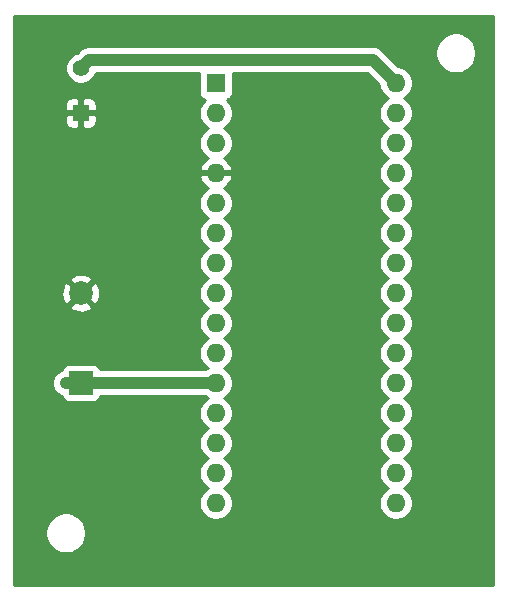
<source format=gbr>
%TF.GenerationSoftware,KiCad,Pcbnew,5.1.9+dfsg1-1*%
%TF.CreationDate,2021-09-21T21:20:37+00:00*%
%TF.ProjectId,wanted_morse,77616e74-6564-45f6-9d6f-7273652e6b69,rev?*%
%TF.SameCoordinates,Original*%
%TF.FileFunction,Copper,L2,Bot*%
%TF.FilePolarity,Positive*%
%FSLAX46Y46*%
G04 Gerber Fmt 4.6, Leading zero omitted, Abs format (unit mm)*
G04 Created by KiCad (PCBNEW 5.1.9+dfsg1-1) date 2021-09-21 21:20:37*
%MOMM*%
%LPD*%
G01*
G04 APERTURE LIST*
%TA.AperFunction,ComponentPad*%
%ADD10C,1.400000*%
%TD*%
%TA.AperFunction,ComponentPad*%
%ADD11R,1.400000X1.400000*%
%TD*%
%TA.AperFunction,ComponentPad*%
%ADD12C,2.000000*%
%TD*%
%TA.AperFunction,ComponentPad*%
%ADD13R,2.000000X2.000000*%
%TD*%
%TA.AperFunction,ComponentPad*%
%ADD14O,1.600000X1.600000*%
%TD*%
%TA.AperFunction,ComponentPad*%
%ADD15R,1.600000X1.600000*%
%TD*%
%TA.AperFunction,Conductor*%
%ADD16C,1.016000*%
%TD*%
%TA.AperFunction,Conductor*%
%ADD17C,0.254000*%
%TD*%
%TA.AperFunction,Conductor*%
%ADD18C,0.100000*%
%TD*%
G04 APERTURE END LIST*
D10*
%TO.P,12V,2*%
%TO.N,+12V*%
X127000000Y-44450000D03*
D11*
%TO.P,12V,1*%
%TO.N,GND*%
X127000000Y-48260000D03*
%TD*%
D12*
%TO.P,BZ1,2*%
%TO.N,GND*%
X127000000Y-63520000D03*
D13*
%TO.P,BZ1,1*%
%TO.N,Net-(A1-Pad11)*%
X127000000Y-71120000D03*
%TD*%
D14*
%TO.P,A1,16*%
%TO.N,Net-(A1-Pad16)*%
X153670000Y-81280000D03*
%TO.P,A1,15*%
%TO.N,Net-(A1-Pad15)*%
X138430000Y-81280000D03*
%TO.P,A1,30*%
%TO.N,+12V*%
X153670000Y-45720000D03*
%TO.P,A1,14*%
%TO.N,Net-(A1-Pad14)*%
X138430000Y-78740000D03*
%TO.P,A1,29*%
%TO.N,Net-(A1-Pad29)*%
X153670000Y-48260000D03*
%TO.P,A1,13*%
%TO.N,Net-(A1-Pad13)*%
X138430000Y-76200000D03*
%TO.P,A1,28*%
%TO.N,Net-(A1-Pad28)*%
X153670000Y-50800000D03*
%TO.P,A1,12*%
%TO.N,Net-(A1-Pad12)*%
X138430000Y-73660000D03*
%TO.P,A1,27*%
%TO.N,Net-(A1-Pad27)*%
X153670000Y-53340000D03*
%TO.P,A1,11*%
%TO.N,Net-(A1-Pad11)*%
X138430000Y-71120000D03*
%TO.P,A1,26*%
%TO.N,Net-(A1-Pad26)*%
X153670000Y-55880000D03*
%TO.P,A1,10*%
%TO.N,Net-(A1-Pad10)*%
X138430000Y-68580000D03*
%TO.P,A1,25*%
%TO.N,Net-(A1-Pad25)*%
X153670000Y-58420000D03*
%TO.P,A1,9*%
%TO.N,Net-(A1-Pad9)*%
X138430000Y-66040000D03*
%TO.P,A1,24*%
%TO.N,Net-(A1-Pad24)*%
X153670000Y-60960000D03*
%TO.P,A1,8*%
%TO.N,Net-(A1-Pad8)*%
X138430000Y-63500000D03*
%TO.P,A1,23*%
%TO.N,Net-(A1-Pad23)*%
X153670000Y-63500000D03*
%TO.P,A1,7*%
%TO.N,Net-(A1-Pad7)*%
X138430000Y-60960000D03*
%TO.P,A1,22*%
%TO.N,Net-(A1-Pad22)*%
X153670000Y-66040000D03*
%TO.P,A1,6*%
%TO.N,Net-(A1-Pad6)*%
X138430000Y-58420000D03*
%TO.P,A1,21*%
%TO.N,Net-(A1-Pad21)*%
X153670000Y-68580000D03*
%TO.P,A1,5*%
%TO.N,Net-(A1-Pad5)*%
X138430000Y-55880000D03*
%TO.P,A1,20*%
%TO.N,Net-(A1-Pad20)*%
X153670000Y-71120000D03*
%TO.P,A1,4*%
%TO.N,GND*%
X138430000Y-53340000D03*
%TO.P,A1,19*%
%TO.N,Net-(A1-Pad19)*%
X153670000Y-73660000D03*
%TO.P,A1,3*%
%TO.N,Net-(A1-Pad3)*%
X138430000Y-50800000D03*
%TO.P,A1,18*%
%TO.N,Net-(A1-Pad18)*%
X153670000Y-76200000D03*
%TO.P,A1,2*%
%TO.N,Net-(A1-Pad2)*%
X138430000Y-48260000D03*
%TO.P,A1,17*%
%TO.N,Net-(A1-Pad17)*%
X153670000Y-78740000D03*
D15*
%TO.P,A1,1*%
%TO.N,Net-(A1-Pad1)*%
X138430000Y-45720000D03*
%TD*%
D16*
%TO.N,+12V*%
X151700001Y-43750001D02*
X153670000Y-45720000D01*
X127699999Y-43750001D02*
X127000000Y-44450000D01*
X151700001Y-43750001D02*
X127699999Y-43750001D01*
%TO.N,Net-(A1-Pad11)*%
X138430000Y-71120000D02*
X125730000Y-71120000D01*
%TD*%
D17*
%TO.N,GND*%
X161900001Y-88240000D02*
X121310000Y-88240000D01*
X121310000Y-83649117D01*
X123995000Y-83649117D01*
X123995000Y-83990883D01*
X124061675Y-84326081D01*
X124192463Y-84641831D01*
X124382337Y-84925998D01*
X124624002Y-85167663D01*
X124908169Y-85357537D01*
X125223919Y-85488325D01*
X125559117Y-85555000D01*
X125900883Y-85555000D01*
X126236081Y-85488325D01*
X126551831Y-85357537D01*
X126835998Y-85167663D01*
X127077663Y-84925998D01*
X127267537Y-84641831D01*
X127398325Y-84326081D01*
X127465000Y-83990883D01*
X127465000Y-83649117D01*
X127398325Y-83313919D01*
X127267537Y-82998169D01*
X127077663Y-82714002D01*
X126835998Y-82472337D01*
X126551831Y-82282463D01*
X126236081Y-82151675D01*
X125900883Y-82085000D01*
X125559117Y-82085000D01*
X125223919Y-82151675D01*
X124908169Y-82282463D01*
X124624002Y-82472337D01*
X124382337Y-82714002D01*
X124192463Y-82998169D01*
X124061675Y-83313919D01*
X123995000Y-83649117D01*
X121310000Y-83649117D01*
X121310000Y-71120000D01*
X124581470Y-71120000D01*
X124603539Y-71344067D01*
X124668897Y-71559523D01*
X124775032Y-71758089D01*
X124917867Y-71932133D01*
X125091911Y-72074968D01*
X125290477Y-72181103D01*
X125370332Y-72205327D01*
X125374188Y-72244482D01*
X125410498Y-72364180D01*
X125469463Y-72474494D01*
X125548815Y-72571185D01*
X125645506Y-72650537D01*
X125755820Y-72709502D01*
X125875518Y-72745812D01*
X126000000Y-72758072D01*
X128000000Y-72758072D01*
X128124482Y-72745812D01*
X128244180Y-72709502D01*
X128354494Y-72650537D01*
X128451185Y-72571185D01*
X128530537Y-72474494D01*
X128589502Y-72364180D01*
X128620195Y-72263000D01*
X137557689Y-72263000D01*
X137747759Y-72390000D01*
X137515241Y-72545363D01*
X137315363Y-72745241D01*
X137158320Y-72980273D01*
X137050147Y-73241426D01*
X136995000Y-73518665D01*
X136995000Y-73801335D01*
X137050147Y-74078574D01*
X137158320Y-74339727D01*
X137315363Y-74574759D01*
X137515241Y-74774637D01*
X137747759Y-74930000D01*
X137515241Y-75085363D01*
X137315363Y-75285241D01*
X137158320Y-75520273D01*
X137050147Y-75781426D01*
X136995000Y-76058665D01*
X136995000Y-76341335D01*
X137050147Y-76618574D01*
X137158320Y-76879727D01*
X137315363Y-77114759D01*
X137515241Y-77314637D01*
X137747759Y-77470000D01*
X137515241Y-77625363D01*
X137315363Y-77825241D01*
X137158320Y-78060273D01*
X137050147Y-78321426D01*
X136995000Y-78598665D01*
X136995000Y-78881335D01*
X137050147Y-79158574D01*
X137158320Y-79419727D01*
X137315363Y-79654759D01*
X137515241Y-79854637D01*
X137747759Y-80010000D01*
X137515241Y-80165363D01*
X137315363Y-80365241D01*
X137158320Y-80600273D01*
X137050147Y-80861426D01*
X136995000Y-81138665D01*
X136995000Y-81421335D01*
X137050147Y-81698574D01*
X137158320Y-81959727D01*
X137315363Y-82194759D01*
X137515241Y-82394637D01*
X137750273Y-82551680D01*
X138011426Y-82659853D01*
X138288665Y-82715000D01*
X138571335Y-82715000D01*
X138848574Y-82659853D01*
X139109727Y-82551680D01*
X139344759Y-82394637D01*
X139544637Y-82194759D01*
X139701680Y-81959727D01*
X139809853Y-81698574D01*
X139865000Y-81421335D01*
X139865000Y-81138665D01*
X139809853Y-80861426D01*
X139701680Y-80600273D01*
X139544637Y-80365241D01*
X139344759Y-80165363D01*
X139112241Y-80010000D01*
X139344759Y-79854637D01*
X139544637Y-79654759D01*
X139701680Y-79419727D01*
X139809853Y-79158574D01*
X139865000Y-78881335D01*
X139865000Y-78598665D01*
X139809853Y-78321426D01*
X139701680Y-78060273D01*
X139544637Y-77825241D01*
X139344759Y-77625363D01*
X139112241Y-77470000D01*
X139344759Y-77314637D01*
X139544637Y-77114759D01*
X139701680Y-76879727D01*
X139809853Y-76618574D01*
X139865000Y-76341335D01*
X139865000Y-76058665D01*
X139809853Y-75781426D01*
X139701680Y-75520273D01*
X139544637Y-75285241D01*
X139344759Y-75085363D01*
X139112241Y-74930000D01*
X139344759Y-74774637D01*
X139544637Y-74574759D01*
X139701680Y-74339727D01*
X139809853Y-74078574D01*
X139865000Y-73801335D01*
X139865000Y-73518665D01*
X139809853Y-73241426D01*
X139701680Y-72980273D01*
X139544637Y-72745241D01*
X139344759Y-72545363D01*
X139112241Y-72390000D01*
X139344759Y-72234637D01*
X139544637Y-72034759D01*
X139701680Y-71799727D01*
X139809853Y-71538574D01*
X139865000Y-71261335D01*
X139865000Y-70978665D01*
X139809853Y-70701426D01*
X139701680Y-70440273D01*
X139544637Y-70205241D01*
X139344759Y-70005363D01*
X139112241Y-69850000D01*
X139344759Y-69694637D01*
X139544637Y-69494759D01*
X139701680Y-69259727D01*
X139809853Y-68998574D01*
X139865000Y-68721335D01*
X139865000Y-68438665D01*
X139809853Y-68161426D01*
X139701680Y-67900273D01*
X139544637Y-67665241D01*
X139344759Y-67465363D01*
X139112241Y-67310000D01*
X139344759Y-67154637D01*
X139544637Y-66954759D01*
X139701680Y-66719727D01*
X139809853Y-66458574D01*
X139865000Y-66181335D01*
X139865000Y-65898665D01*
X139809853Y-65621426D01*
X139701680Y-65360273D01*
X139544637Y-65125241D01*
X139344759Y-64925363D01*
X139112241Y-64770000D01*
X139344759Y-64614637D01*
X139544637Y-64414759D01*
X139701680Y-64179727D01*
X139809853Y-63918574D01*
X139865000Y-63641335D01*
X139865000Y-63358665D01*
X139809853Y-63081426D01*
X139701680Y-62820273D01*
X139544637Y-62585241D01*
X139344759Y-62385363D01*
X139112241Y-62230000D01*
X139344759Y-62074637D01*
X139544637Y-61874759D01*
X139701680Y-61639727D01*
X139809853Y-61378574D01*
X139865000Y-61101335D01*
X139865000Y-60818665D01*
X139809853Y-60541426D01*
X139701680Y-60280273D01*
X139544637Y-60045241D01*
X139344759Y-59845363D01*
X139112241Y-59690000D01*
X139344759Y-59534637D01*
X139544637Y-59334759D01*
X139701680Y-59099727D01*
X139809853Y-58838574D01*
X139865000Y-58561335D01*
X139865000Y-58278665D01*
X139809853Y-58001426D01*
X139701680Y-57740273D01*
X139544637Y-57505241D01*
X139344759Y-57305363D01*
X139112241Y-57150000D01*
X139344759Y-56994637D01*
X139544637Y-56794759D01*
X139701680Y-56559727D01*
X139809853Y-56298574D01*
X139865000Y-56021335D01*
X139865000Y-55738665D01*
X139809853Y-55461426D01*
X139701680Y-55200273D01*
X139544637Y-54965241D01*
X139344759Y-54765363D01*
X139109727Y-54608320D01*
X139099135Y-54603933D01*
X139285131Y-54492385D01*
X139493519Y-54303414D01*
X139661037Y-54077420D01*
X139781246Y-53823087D01*
X139821904Y-53689039D01*
X139699915Y-53467000D01*
X138557000Y-53467000D01*
X138557000Y-53487000D01*
X138303000Y-53487000D01*
X138303000Y-53467000D01*
X137160085Y-53467000D01*
X137038096Y-53689039D01*
X137078754Y-53823087D01*
X137198963Y-54077420D01*
X137366481Y-54303414D01*
X137574869Y-54492385D01*
X137760865Y-54603933D01*
X137750273Y-54608320D01*
X137515241Y-54765363D01*
X137315363Y-54965241D01*
X137158320Y-55200273D01*
X137050147Y-55461426D01*
X136995000Y-55738665D01*
X136995000Y-56021335D01*
X137050147Y-56298574D01*
X137158320Y-56559727D01*
X137315363Y-56794759D01*
X137515241Y-56994637D01*
X137747759Y-57150000D01*
X137515241Y-57305363D01*
X137315363Y-57505241D01*
X137158320Y-57740273D01*
X137050147Y-58001426D01*
X136995000Y-58278665D01*
X136995000Y-58561335D01*
X137050147Y-58838574D01*
X137158320Y-59099727D01*
X137315363Y-59334759D01*
X137515241Y-59534637D01*
X137747759Y-59690000D01*
X137515241Y-59845363D01*
X137315363Y-60045241D01*
X137158320Y-60280273D01*
X137050147Y-60541426D01*
X136995000Y-60818665D01*
X136995000Y-61101335D01*
X137050147Y-61378574D01*
X137158320Y-61639727D01*
X137315363Y-61874759D01*
X137515241Y-62074637D01*
X137747759Y-62230000D01*
X137515241Y-62385363D01*
X137315363Y-62585241D01*
X137158320Y-62820273D01*
X137050147Y-63081426D01*
X136995000Y-63358665D01*
X136995000Y-63641335D01*
X137050147Y-63918574D01*
X137158320Y-64179727D01*
X137315363Y-64414759D01*
X137515241Y-64614637D01*
X137747759Y-64770000D01*
X137515241Y-64925363D01*
X137315363Y-65125241D01*
X137158320Y-65360273D01*
X137050147Y-65621426D01*
X136995000Y-65898665D01*
X136995000Y-66181335D01*
X137050147Y-66458574D01*
X137158320Y-66719727D01*
X137315363Y-66954759D01*
X137515241Y-67154637D01*
X137747759Y-67310000D01*
X137515241Y-67465363D01*
X137315363Y-67665241D01*
X137158320Y-67900273D01*
X137050147Y-68161426D01*
X136995000Y-68438665D01*
X136995000Y-68721335D01*
X137050147Y-68998574D01*
X137158320Y-69259727D01*
X137315363Y-69494759D01*
X137515241Y-69694637D01*
X137747759Y-69850000D01*
X137557689Y-69977000D01*
X128620195Y-69977000D01*
X128589502Y-69875820D01*
X128530537Y-69765506D01*
X128451185Y-69668815D01*
X128354494Y-69589463D01*
X128244180Y-69530498D01*
X128124482Y-69494188D01*
X128000000Y-69481928D01*
X126000000Y-69481928D01*
X125875518Y-69494188D01*
X125755820Y-69530498D01*
X125645506Y-69589463D01*
X125548815Y-69668815D01*
X125469463Y-69765506D01*
X125410498Y-69875820D01*
X125374188Y-69995518D01*
X125370332Y-70034673D01*
X125290477Y-70058897D01*
X125091911Y-70165032D01*
X124917867Y-70307867D01*
X124775032Y-70481911D01*
X124668897Y-70680477D01*
X124603539Y-70895933D01*
X124581470Y-71120000D01*
X121310000Y-71120000D01*
X121310000Y-64655413D01*
X126044192Y-64655413D01*
X126139956Y-64919814D01*
X126429571Y-65060704D01*
X126741108Y-65142384D01*
X127062595Y-65161718D01*
X127381675Y-65117961D01*
X127686088Y-65012795D01*
X127860044Y-64919814D01*
X127955808Y-64655413D01*
X127000000Y-63699605D01*
X126044192Y-64655413D01*
X121310000Y-64655413D01*
X121310000Y-63582595D01*
X125358282Y-63582595D01*
X125402039Y-63901675D01*
X125507205Y-64206088D01*
X125600186Y-64380044D01*
X125864587Y-64475808D01*
X126820395Y-63520000D01*
X127179605Y-63520000D01*
X128135413Y-64475808D01*
X128399814Y-64380044D01*
X128540704Y-64090429D01*
X128622384Y-63778892D01*
X128641718Y-63457405D01*
X128597961Y-63138325D01*
X128492795Y-62833912D01*
X128399814Y-62659956D01*
X128135413Y-62564192D01*
X127179605Y-63520000D01*
X126820395Y-63520000D01*
X125864587Y-62564192D01*
X125600186Y-62659956D01*
X125459296Y-62949571D01*
X125377616Y-63261108D01*
X125358282Y-63582595D01*
X121310000Y-63582595D01*
X121310000Y-62384587D01*
X126044192Y-62384587D01*
X127000000Y-63340395D01*
X127955808Y-62384587D01*
X127860044Y-62120186D01*
X127570429Y-61979296D01*
X127258892Y-61897616D01*
X126937405Y-61878282D01*
X126618325Y-61922039D01*
X126313912Y-62027205D01*
X126139956Y-62120186D01*
X126044192Y-62384587D01*
X121310000Y-62384587D01*
X121310000Y-48960000D01*
X125661928Y-48960000D01*
X125674188Y-49084482D01*
X125710498Y-49204180D01*
X125769463Y-49314494D01*
X125848815Y-49411185D01*
X125945506Y-49490537D01*
X126055820Y-49549502D01*
X126175518Y-49585812D01*
X126300000Y-49598072D01*
X126714250Y-49595000D01*
X126873000Y-49436250D01*
X126873000Y-48387000D01*
X127127000Y-48387000D01*
X127127000Y-49436250D01*
X127285750Y-49595000D01*
X127700000Y-49598072D01*
X127824482Y-49585812D01*
X127944180Y-49549502D01*
X128054494Y-49490537D01*
X128151185Y-49411185D01*
X128230537Y-49314494D01*
X128289502Y-49204180D01*
X128325812Y-49084482D01*
X128338072Y-48960000D01*
X128335000Y-48545750D01*
X128176250Y-48387000D01*
X127127000Y-48387000D01*
X126873000Y-48387000D01*
X125823750Y-48387000D01*
X125665000Y-48545750D01*
X125661928Y-48960000D01*
X121310000Y-48960000D01*
X121310000Y-47560000D01*
X125661928Y-47560000D01*
X125665000Y-47974250D01*
X125823750Y-48133000D01*
X126873000Y-48133000D01*
X126873000Y-47083750D01*
X127127000Y-47083750D01*
X127127000Y-48133000D01*
X128176250Y-48133000D01*
X128335000Y-47974250D01*
X128338072Y-47560000D01*
X128325812Y-47435518D01*
X128289502Y-47315820D01*
X128230537Y-47205506D01*
X128151185Y-47108815D01*
X128054494Y-47029463D01*
X127944180Y-46970498D01*
X127824482Y-46934188D01*
X127700000Y-46921928D01*
X127285750Y-46925000D01*
X127127000Y-47083750D01*
X126873000Y-47083750D01*
X126714250Y-46925000D01*
X126300000Y-46921928D01*
X126175518Y-46934188D01*
X126055820Y-46970498D01*
X125945506Y-47029463D01*
X125848815Y-47108815D01*
X125769463Y-47205506D01*
X125710498Y-47315820D01*
X125674188Y-47435518D01*
X125661928Y-47560000D01*
X121310000Y-47560000D01*
X121310000Y-44318514D01*
X125665000Y-44318514D01*
X125665000Y-44581486D01*
X125716304Y-44839405D01*
X125816939Y-45082359D01*
X125963038Y-45301013D01*
X126148987Y-45486962D01*
X126367641Y-45633061D01*
X126610595Y-45733696D01*
X126868514Y-45785000D01*
X127131486Y-45785000D01*
X127389405Y-45733696D01*
X127632359Y-45633061D01*
X127851013Y-45486962D01*
X128036962Y-45301013D01*
X128183061Y-45082359D01*
X128261496Y-44893001D01*
X136994587Y-44893001D01*
X136991928Y-44920000D01*
X136991928Y-46520000D01*
X137004188Y-46644482D01*
X137040498Y-46764180D01*
X137099463Y-46874494D01*
X137178815Y-46971185D01*
X137275506Y-47050537D01*
X137385820Y-47109502D01*
X137505518Y-47145812D01*
X137513961Y-47146643D01*
X137315363Y-47345241D01*
X137158320Y-47580273D01*
X137050147Y-47841426D01*
X136995000Y-48118665D01*
X136995000Y-48401335D01*
X137050147Y-48678574D01*
X137158320Y-48939727D01*
X137315363Y-49174759D01*
X137515241Y-49374637D01*
X137747759Y-49530000D01*
X137515241Y-49685363D01*
X137315363Y-49885241D01*
X137158320Y-50120273D01*
X137050147Y-50381426D01*
X136995000Y-50658665D01*
X136995000Y-50941335D01*
X137050147Y-51218574D01*
X137158320Y-51479727D01*
X137315363Y-51714759D01*
X137515241Y-51914637D01*
X137750273Y-52071680D01*
X137760865Y-52076067D01*
X137574869Y-52187615D01*
X137366481Y-52376586D01*
X137198963Y-52602580D01*
X137078754Y-52856913D01*
X137038096Y-52990961D01*
X137160085Y-53213000D01*
X138303000Y-53213000D01*
X138303000Y-53193000D01*
X138557000Y-53193000D01*
X138557000Y-53213000D01*
X139699915Y-53213000D01*
X139821904Y-52990961D01*
X139781246Y-52856913D01*
X139661037Y-52602580D01*
X139493519Y-52376586D01*
X139285131Y-52187615D01*
X139099135Y-52076067D01*
X139109727Y-52071680D01*
X139344759Y-51914637D01*
X139544637Y-51714759D01*
X139701680Y-51479727D01*
X139809853Y-51218574D01*
X139865000Y-50941335D01*
X139865000Y-50658665D01*
X139809853Y-50381426D01*
X139701680Y-50120273D01*
X139544637Y-49885241D01*
X139344759Y-49685363D01*
X139112241Y-49530000D01*
X139344759Y-49374637D01*
X139544637Y-49174759D01*
X139701680Y-48939727D01*
X139809853Y-48678574D01*
X139865000Y-48401335D01*
X139865000Y-48118665D01*
X139809853Y-47841426D01*
X139701680Y-47580273D01*
X139544637Y-47345241D01*
X139346039Y-47146643D01*
X139354482Y-47145812D01*
X139474180Y-47109502D01*
X139584494Y-47050537D01*
X139681185Y-46971185D01*
X139760537Y-46874494D01*
X139819502Y-46764180D01*
X139855812Y-46644482D01*
X139868072Y-46520000D01*
X139868072Y-44920000D01*
X139865413Y-44893001D01*
X151226556Y-44893001D01*
X152244960Y-45911406D01*
X152290147Y-46138574D01*
X152398320Y-46399727D01*
X152555363Y-46634759D01*
X152755241Y-46834637D01*
X152987759Y-46990000D01*
X152755241Y-47145363D01*
X152555363Y-47345241D01*
X152398320Y-47580273D01*
X152290147Y-47841426D01*
X152235000Y-48118665D01*
X152235000Y-48401335D01*
X152290147Y-48678574D01*
X152398320Y-48939727D01*
X152555363Y-49174759D01*
X152755241Y-49374637D01*
X152987759Y-49530000D01*
X152755241Y-49685363D01*
X152555363Y-49885241D01*
X152398320Y-50120273D01*
X152290147Y-50381426D01*
X152235000Y-50658665D01*
X152235000Y-50941335D01*
X152290147Y-51218574D01*
X152398320Y-51479727D01*
X152555363Y-51714759D01*
X152755241Y-51914637D01*
X152987759Y-52070000D01*
X152755241Y-52225363D01*
X152555363Y-52425241D01*
X152398320Y-52660273D01*
X152290147Y-52921426D01*
X152235000Y-53198665D01*
X152235000Y-53481335D01*
X152290147Y-53758574D01*
X152398320Y-54019727D01*
X152555363Y-54254759D01*
X152755241Y-54454637D01*
X152987759Y-54610000D01*
X152755241Y-54765363D01*
X152555363Y-54965241D01*
X152398320Y-55200273D01*
X152290147Y-55461426D01*
X152235000Y-55738665D01*
X152235000Y-56021335D01*
X152290147Y-56298574D01*
X152398320Y-56559727D01*
X152555363Y-56794759D01*
X152755241Y-56994637D01*
X152987759Y-57150000D01*
X152755241Y-57305363D01*
X152555363Y-57505241D01*
X152398320Y-57740273D01*
X152290147Y-58001426D01*
X152235000Y-58278665D01*
X152235000Y-58561335D01*
X152290147Y-58838574D01*
X152398320Y-59099727D01*
X152555363Y-59334759D01*
X152755241Y-59534637D01*
X152987759Y-59690000D01*
X152755241Y-59845363D01*
X152555363Y-60045241D01*
X152398320Y-60280273D01*
X152290147Y-60541426D01*
X152235000Y-60818665D01*
X152235000Y-61101335D01*
X152290147Y-61378574D01*
X152398320Y-61639727D01*
X152555363Y-61874759D01*
X152755241Y-62074637D01*
X152987759Y-62230000D01*
X152755241Y-62385363D01*
X152555363Y-62585241D01*
X152398320Y-62820273D01*
X152290147Y-63081426D01*
X152235000Y-63358665D01*
X152235000Y-63641335D01*
X152290147Y-63918574D01*
X152398320Y-64179727D01*
X152555363Y-64414759D01*
X152755241Y-64614637D01*
X152987759Y-64770000D01*
X152755241Y-64925363D01*
X152555363Y-65125241D01*
X152398320Y-65360273D01*
X152290147Y-65621426D01*
X152235000Y-65898665D01*
X152235000Y-66181335D01*
X152290147Y-66458574D01*
X152398320Y-66719727D01*
X152555363Y-66954759D01*
X152755241Y-67154637D01*
X152987759Y-67310000D01*
X152755241Y-67465363D01*
X152555363Y-67665241D01*
X152398320Y-67900273D01*
X152290147Y-68161426D01*
X152235000Y-68438665D01*
X152235000Y-68721335D01*
X152290147Y-68998574D01*
X152398320Y-69259727D01*
X152555363Y-69494759D01*
X152755241Y-69694637D01*
X152987759Y-69850000D01*
X152755241Y-70005363D01*
X152555363Y-70205241D01*
X152398320Y-70440273D01*
X152290147Y-70701426D01*
X152235000Y-70978665D01*
X152235000Y-71261335D01*
X152290147Y-71538574D01*
X152398320Y-71799727D01*
X152555363Y-72034759D01*
X152755241Y-72234637D01*
X152987759Y-72390000D01*
X152755241Y-72545363D01*
X152555363Y-72745241D01*
X152398320Y-72980273D01*
X152290147Y-73241426D01*
X152235000Y-73518665D01*
X152235000Y-73801335D01*
X152290147Y-74078574D01*
X152398320Y-74339727D01*
X152555363Y-74574759D01*
X152755241Y-74774637D01*
X152987759Y-74930000D01*
X152755241Y-75085363D01*
X152555363Y-75285241D01*
X152398320Y-75520273D01*
X152290147Y-75781426D01*
X152235000Y-76058665D01*
X152235000Y-76341335D01*
X152290147Y-76618574D01*
X152398320Y-76879727D01*
X152555363Y-77114759D01*
X152755241Y-77314637D01*
X152987759Y-77470000D01*
X152755241Y-77625363D01*
X152555363Y-77825241D01*
X152398320Y-78060273D01*
X152290147Y-78321426D01*
X152235000Y-78598665D01*
X152235000Y-78881335D01*
X152290147Y-79158574D01*
X152398320Y-79419727D01*
X152555363Y-79654759D01*
X152755241Y-79854637D01*
X152987759Y-80010000D01*
X152755241Y-80165363D01*
X152555363Y-80365241D01*
X152398320Y-80600273D01*
X152290147Y-80861426D01*
X152235000Y-81138665D01*
X152235000Y-81421335D01*
X152290147Y-81698574D01*
X152398320Y-81959727D01*
X152555363Y-82194759D01*
X152755241Y-82394637D01*
X152990273Y-82551680D01*
X153251426Y-82659853D01*
X153528665Y-82715000D01*
X153811335Y-82715000D01*
X154088574Y-82659853D01*
X154349727Y-82551680D01*
X154584759Y-82394637D01*
X154784637Y-82194759D01*
X154941680Y-81959727D01*
X155049853Y-81698574D01*
X155105000Y-81421335D01*
X155105000Y-81138665D01*
X155049853Y-80861426D01*
X154941680Y-80600273D01*
X154784637Y-80365241D01*
X154584759Y-80165363D01*
X154352241Y-80010000D01*
X154584759Y-79854637D01*
X154784637Y-79654759D01*
X154941680Y-79419727D01*
X155049853Y-79158574D01*
X155105000Y-78881335D01*
X155105000Y-78598665D01*
X155049853Y-78321426D01*
X154941680Y-78060273D01*
X154784637Y-77825241D01*
X154584759Y-77625363D01*
X154352241Y-77470000D01*
X154584759Y-77314637D01*
X154784637Y-77114759D01*
X154941680Y-76879727D01*
X155049853Y-76618574D01*
X155105000Y-76341335D01*
X155105000Y-76058665D01*
X155049853Y-75781426D01*
X154941680Y-75520273D01*
X154784637Y-75285241D01*
X154584759Y-75085363D01*
X154352241Y-74930000D01*
X154584759Y-74774637D01*
X154784637Y-74574759D01*
X154941680Y-74339727D01*
X155049853Y-74078574D01*
X155105000Y-73801335D01*
X155105000Y-73518665D01*
X155049853Y-73241426D01*
X154941680Y-72980273D01*
X154784637Y-72745241D01*
X154584759Y-72545363D01*
X154352241Y-72390000D01*
X154584759Y-72234637D01*
X154784637Y-72034759D01*
X154941680Y-71799727D01*
X155049853Y-71538574D01*
X155105000Y-71261335D01*
X155105000Y-70978665D01*
X155049853Y-70701426D01*
X154941680Y-70440273D01*
X154784637Y-70205241D01*
X154584759Y-70005363D01*
X154352241Y-69850000D01*
X154584759Y-69694637D01*
X154784637Y-69494759D01*
X154941680Y-69259727D01*
X155049853Y-68998574D01*
X155105000Y-68721335D01*
X155105000Y-68438665D01*
X155049853Y-68161426D01*
X154941680Y-67900273D01*
X154784637Y-67665241D01*
X154584759Y-67465363D01*
X154352241Y-67310000D01*
X154584759Y-67154637D01*
X154784637Y-66954759D01*
X154941680Y-66719727D01*
X155049853Y-66458574D01*
X155105000Y-66181335D01*
X155105000Y-65898665D01*
X155049853Y-65621426D01*
X154941680Y-65360273D01*
X154784637Y-65125241D01*
X154584759Y-64925363D01*
X154352241Y-64770000D01*
X154584759Y-64614637D01*
X154784637Y-64414759D01*
X154941680Y-64179727D01*
X155049853Y-63918574D01*
X155105000Y-63641335D01*
X155105000Y-63358665D01*
X155049853Y-63081426D01*
X154941680Y-62820273D01*
X154784637Y-62585241D01*
X154584759Y-62385363D01*
X154352241Y-62230000D01*
X154584759Y-62074637D01*
X154784637Y-61874759D01*
X154941680Y-61639727D01*
X155049853Y-61378574D01*
X155105000Y-61101335D01*
X155105000Y-60818665D01*
X155049853Y-60541426D01*
X154941680Y-60280273D01*
X154784637Y-60045241D01*
X154584759Y-59845363D01*
X154352241Y-59690000D01*
X154584759Y-59534637D01*
X154784637Y-59334759D01*
X154941680Y-59099727D01*
X155049853Y-58838574D01*
X155105000Y-58561335D01*
X155105000Y-58278665D01*
X155049853Y-58001426D01*
X154941680Y-57740273D01*
X154784637Y-57505241D01*
X154584759Y-57305363D01*
X154352241Y-57150000D01*
X154584759Y-56994637D01*
X154784637Y-56794759D01*
X154941680Y-56559727D01*
X155049853Y-56298574D01*
X155105000Y-56021335D01*
X155105000Y-55738665D01*
X155049853Y-55461426D01*
X154941680Y-55200273D01*
X154784637Y-54965241D01*
X154584759Y-54765363D01*
X154352241Y-54610000D01*
X154584759Y-54454637D01*
X154784637Y-54254759D01*
X154941680Y-54019727D01*
X155049853Y-53758574D01*
X155105000Y-53481335D01*
X155105000Y-53198665D01*
X155049853Y-52921426D01*
X154941680Y-52660273D01*
X154784637Y-52425241D01*
X154584759Y-52225363D01*
X154352241Y-52070000D01*
X154584759Y-51914637D01*
X154784637Y-51714759D01*
X154941680Y-51479727D01*
X155049853Y-51218574D01*
X155105000Y-50941335D01*
X155105000Y-50658665D01*
X155049853Y-50381426D01*
X154941680Y-50120273D01*
X154784637Y-49885241D01*
X154584759Y-49685363D01*
X154352241Y-49530000D01*
X154584759Y-49374637D01*
X154784637Y-49174759D01*
X154941680Y-48939727D01*
X155049853Y-48678574D01*
X155105000Y-48401335D01*
X155105000Y-48118665D01*
X155049853Y-47841426D01*
X154941680Y-47580273D01*
X154784637Y-47345241D01*
X154584759Y-47145363D01*
X154352241Y-46990000D01*
X154584759Y-46834637D01*
X154784637Y-46634759D01*
X154941680Y-46399727D01*
X155049853Y-46138574D01*
X155105000Y-45861335D01*
X155105000Y-45578665D01*
X155049853Y-45301426D01*
X154941680Y-45040273D01*
X154784637Y-44805241D01*
X154584759Y-44605363D01*
X154349727Y-44448320D01*
X154088574Y-44340147D01*
X153861406Y-44294960D01*
X152575563Y-43009117D01*
X157015000Y-43009117D01*
X157015000Y-43350883D01*
X157081675Y-43686081D01*
X157212463Y-44001831D01*
X157402337Y-44285998D01*
X157644002Y-44527663D01*
X157928169Y-44717537D01*
X158243919Y-44848325D01*
X158579117Y-44915000D01*
X158920883Y-44915000D01*
X159256081Y-44848325D01*
X159571831Y-44717537D01*
X159855998Y-44527663D01*
X160097663Y-44285998D01*
X160287537Y-44001831D01*
X160418325Y-43686081D01*
X160485000Y-43350883D01*
X160485000Y-43009117D01*
X160418325Y-42673919D01*
X160287537Y-42358169D01*
X160097663Y-42074002D01*
X159855998Y-41832337D01*
X159571831Y-41642463D01*
X159256081Y-41511675D01*
X158920883Y-41445000D01*
X158579117Y-41445000D01*
X158243919Y-41511675D01*
X157928169Y-41642463D01*
X157644002Y-41832337D01*
X157402337Y-42074002D01*
X157212463Y-42358169D01*
X157081675Y-42673919D01*
X157015000Y-43009117D01*
X152575563Y-43009117D01*
X152547928Y-42981483D01*
X152512134Y-42937868D01*
X152338090Y-42795033D01*
X152139524Y-42688898D01*
X151924068Y-42623540D01*
X151756147Y-42607001D01*
X151756140Y-42607001D01*
X151700001Y-42601472D01*
X151643862Y-42607001D01*
X127756137Y-42607001D01*
X127699998Y-42601472D01*
X127643859Y-42607001D01*
X127643853Y-42607001D01*
X127498599Y-42621307D01*
X127475931Y-42623540D01*
X127410573Y-42643366D01*
X127260476Y-42688898D01*
X127061910Y-42795033D01*
X126887866Y-42937868D01*
X126852071Y-42981484D01*
X126681319Y-43152236D01*
X126610595Y-43166304D01*
X126367641Y-43266939D01*
X126148987Y-43413038D01*
X125963038Y-43598987D01*
X125816939Y-43817641D01*
X125716304Y-44060595D01*
X125665000Y-44318514D01*
X121310000Y-44318514D01*
X121310000Y-40030000D01*
X161900000Y-40030000D01*
X161900001Y-88240000D01*
%TA.AperFunction,Conductor*%
D18*
G36*
X161900001Y-88240000D02*
G01*
X121310000Y-88240000D01*
X121310000Y-83649117D01*
X123995000Y-83649117D01*
X123995000Y-83990883D01*
X124061675Y-84326081D01*
X124192463Y-84641831D01*
X124382337Y-84925998D01*
X124624002Y-85167663D01*
X124908169Y-85357537D01*
X125223919Y-85488325D01*
X125559117Y-85555000D01*
X125900883Y-85555000D01*
X126236081Y-85488325D01*
X126551831Y-85357537D01*
X126835998Y-85167663D01*
X127077663Y-84925998D01*
X127267537Y-84641831D01*
X127398325Y-84326081D01*
X127465000Y-83990883D01*
X127465000Y-83649117D01*
X127398325Y-83313919D01*
X127267537Y-82998169D01*
X127077663Y-82714002D01*
X126835998Y-82472337D01*
X126551831Y-82282463D01*
X126236081Y-82151675D01*
X125900883Y-82085000D01*
X125559117Y-82085000D01*
X125223919Y-82151675D01*
X124908169Y-82282463D01*
X124624002Y-82472337D01*
X124382337Y-82714002D01*
X124192463Y-82998169D01*
X124061675Y-83313919D01*
X123995000Y-83649117D01*
X121310000Y-83649117D01*
X121310000Y-71120000D01*
X124581470Y-71120000D01*
X124603539Y-71344067D01*
X124668897Y-71559523D01*
X124775032Y-71758089D01*
X124917867Y-71932133D01*
X125091911Y-72074968D01*
X125290477Y-72181103D01*
X125370332Y-72205327D01*
X125374188Y-72244482D01*
X125410498Y-72364180D01*
X125469463Y-72474494D01*
X125548815Y-72571185D01*
X125645506Y-72650537D01*
X125755820Y-72709502D01*
X125875518Y-72745812D01*
X126000000Y-72758072D01*
X128000000Y-72758072D01*
X128124482Y-72745812D01*
X128244180Y-72709502D01*
X128354494Y-72650537D01*
X128451185Y-72571185D01*
X128530537Y-72474494D01*
X128589502Y-72364180D01*
X128620195Y-72263000D01*
X137557689Y-72263000D01*
X137747759Y-72390000D01*
X137515241Y-72545363D01*
X137315363Y-72745241D01*
X137158320Y-72980273D01*
X137050147Y-73241426D01*
X136995000Y-73518665D01*
X136995000Y-73801335D01*
X137050147Y-74078574D01*
X137158320Y-74339727D01*
X137315363Y-74574759D01*
X137515241Y-74774637D01*
X137747759Y-74930000D01*
X137515241Y-75085363D01*
X137315363Y-75285241D01*
X137158320Y-75520273D01*
X137050147Y-75781426D01*
X136995000Y-76058665D01*
X136995000Y-76341335D01*
X137050147Y-76618574D01*
X137158320Y-76879727D01*
X137315363Y-77114759D01*
X137515241Y-77314637D01*
X137747759Y-77470000D01*
X137515241Y-77625363D01*
X137315363Y-77825241D01*
X137158320Y-78060273D01*
X137050147Y-78321426D01*
X136995000Y-78598665D01*
X136995000Y-78881335D01*
X137050147Y-79158574D01*
X137158320Y-79419727D01*
X137315363Y-79654759D01*
X137515241Y-79854637D01*
X137747759Y-80010000D01*
X137515241Y-80165363D01*
X137315363Y-80365241D01*
X137158320Y-80600273D01*
X137050147Y-80861426D01*
X136995000Y-81138665D01*
X136995000Y-81421335D01*
X137050147Y-81698574D01*
X137158320Y-81959727D01*
X137315363Y-82194759D01*
X137515241Y-82394637D01*
X137750273Y-82551680D01*
X138011426Y-82659853D01*
X138288665Y-82715000D01*
X138571335Y-82715000D01*
X138848574Y-82659853D01*
X139109727Y-82551680D01*
X139344759Y-82394637D01*
X139544637Y-82194759D01*
X139701680Y-81959727D01*
X139809853Y-81698574D01*
X139865000Y-81421335D01*
X139865000Y-81138665D01*
X139809853Y-80861426D01*
X139701680Y-80600273D01*
X139544637Y-80365241D01*
X139344759Y-80165363D01*
X139112241Y-80010000D01*
X139344759Y-79854637D01*
X139544637Y-79654759D01*
X139701680Y-79419727D01*
X139809853Y-79158574D01*
X139865000Y-78881335D01*
X139865000Y-78598665D01*
X139809853Y-78321426D01*
X139701680Y-78060273D01*
X139544637Y-77825241D01*
X139344759Y-77625363D01*
X139112241Y-77470000D01*
X139344759Y-77314637D01*
X139544637Y-77114759D01*
X139701680Y-76879727D01*
X139809853Y-76618574D01*
X139865000Y-76341335D01*
X139865000Y-76058665D01*
X139809853Y-75781426D01*
X139701680Y-75520273D01*
X139544637Y-75285241D01*
X139344759Y-75085363D01*
X139112241Y-74930000D01*
X139344759Y-74774637D01*
X139544637Y-74574759D01*
X139701680Y-74339727D01*
X139809853Y-74078574D01*
X139865000Y-73801335D01*
X139865000Y-73518665D01*
X139809853Y-73241426D01*
X139701680Y-72980273D01*
X139544637Y-72745241D01*
X139344759Y-72545363D01*
X139112241Y-72390000D01*
X139344759Y-72234637D01*
X139544637Y-72034759D01*
X139701680Y-71799727D01*
X139809853Y-71538574D01*
X139865000Y-71261335D01*
X139865000Y-70978665D01*
X139809853Y-70701426D01*
X139701680Y-70440273D01*
X139544637Y-70205241D01*
X139344759Y-70005363D01*
X139112241Y-69850000D01*
X139344759Y-69694637D01*
X139544637Y-69494759D01*
X139701680Y-69259727D01*
X139809853Y-68998574D01*
X139865000Y-68721335D01*
X139865000Y-68438665D01*
X139809853Y-68161426D01*
X139701680Y-67900273D01*
X139544637Y-67665241D01*
X139344759Y-67465363D01*
X139112241Y-67310000D01*
X139344759Y-67154637D01*
X139544637Y-66954759D01*
X139701680Y-66719727D01*
X139809853Y-66458574D01*
X139865000Y-66181335D01*
X139865000Y-65898665D01*
X139809853Y-65621426D01*
X139701680Y-65360273D01*
X139544637Y-65125241D01*
X139344759Y-64925363D01*
X139112241Y-64770000D01*
X139344759Y-64614637D01*
X139544637Y-64414759D01*
X139701680Y-64179727D01*
X139809853Y-63918574D01*
X139865000Y-63641335D01*
X139865000Y-63358665D01*
X139809853Y-63081426D01*
X139701680Y-62820273D01*
X139544637Y-62585241D01*
X139344759Y-62385363D01*
X139112241Y-62230000D01*
X139344759Y-62074637D01*
X139544637Y-61874759D01*
X139701680Y-61639727D01*
X139809853Y-61378574D01*
X139865000Y-61101335D01*
X139865000Y-60818665D01*
X139809853Y-60541426D01*
X139701680Y-60280273D01*
X139544637Y-60045241D01*
X139344759Y-59845363D01*
X139112241Y-59690000D01*
X139344759Y-59534637D01*
X139544637Y-59334759D01*
X139701680Y-59099727D01*
X139809853Y-58838574D01*
X139865000Y-58561335D01*
X139865000Y-58278665D01*
X139809853Y-58001426D01*
X139701680Y-57740273D01*
X139544637Y-57505241D01*
X139344759Y-57305363D01*
X139112241Y-57150000D01*
X139344759Y-56994637D01*
X139544637Y-56794759D01*
X139701680Y-56559727D01*
X139809853Y-56298574D01*
X139865000Y-56021335D01*
X139865000Y-55738665D01*
X139809853Y-55461426D01*
X139701680Y-55200273D01*
X139544637Y-54965241D01*
X139344759Y-54765363D01*
X139109727Y-54608320D01*
X139099135Y-54603933D01*
X139285131Y-54492385D01*
X139493519Y-54303414D01*
X139661037Y-54077420D01*
X139781246Y-53823087D01*
X139821904Y-53689039D01*
X139699915Y-53467000D01*
X138557000Y-53467000D01*
X138557000Y-53487000D01*
X138303000Y-53487000D01*
X138303000Y-53467000D01*
X137160085Y-53467000D01*
X137038096Y-53689039D01*
X137078754Y-53823087D01*
X137198963Y-54077420D01*
X137366481Y-54303414D01*
X137574869Y-54492385D01*
X137760865Y-54603933D01*
X137750273Y-54608320D01*
X137515241Y-54765363D01*
X137315363Y-54965241D01*
X137158320Y-55200273D01*
X137050147Y-55461426D01*
X136995000Y-55738665D01*
X136995000Y-56021335D01*
X137050147Y-56298574D01*
X137158320Y-56559727D01*
X137315363Y-56794759D01*
X137515241Y-56994637D01*
X137747759Y-57150000D01*
X137515241Y-57305363D01*
X137315363Y-57505241D01*
X137158320Y-57740273D01*
X137050147Y-58001426D01*
X136995000Y-58278665D01*
X136995000Y-58561335D01*
X137050147Y-58838574D01*
X137158320Y-59099727D01*
X137315363Y-59334759D01*
X137515241Y-59534637D01*
X137747759Y-59690000D01*
X137515241Y-59845363D01*
X137315363Y-60045241D01*
X137158320Y-60280273D01*
X137050147Y-60541426D01*
X136995000Y-60818665D01*
X136995000Y-61101335D01*
X137050147Y-61378574D01*
X137158320Y-61639727D01*
X137315363Y-61874759D01*
X137515241Y-62074637D01*
X137747759Y-62230000D01*
X137515241Y-62385363D01*
X137315363Y-62585241D01*
X137158320Y-62820273D01*
X137050147Y-63081426D01*
X136995000Y-63358665D01*
X136995000Y-63641335D01*
X137050147Y-63918574D01*
X137158320Y-64179727D01*
X137315363Y-64414759D01*
X137515241Y-64614637D01*
X137747759Y-64770000D01*
X137515241Y-64925363D01*
X137315363Y-65125241D01*
X137158320Y-65360273D01*
X137050147Y-65621426D01*
X136995000Y-65898665D01*
X136995000Y-66181335D01*
X137050147Y-66458574D01*
X137158320Y-66719727D01*
X137315363Y-66954759D01*
X137515241Y-67154637D01*
X137747759Y-67310000D01*
X137515241Y-67465363D01*
X137315363Y-67665241D01*
X137158320Y-67900273D01*
X137050147Y-68161426D01*
X136995000Y-68438665D01*
X136995000Y-68721335D01*
X137050147Y-68998574D01*
X137158320Y-69259727D01*
X137315363Y-69494759D01*
X137515241Y-69694637D01*
X137747759Y-69850000D01*
X137557689Y-69977000D01*
X128620195Y-69977000D01*
X128589502Y-69875820D01*
X128530537Y-69765506D01*
X128451185Y-69668815D01*
X128354494Y-69589463D01*
X128244180Y-69530498D01*
X128124482Y-69494188D01*
X128000000Y-69481928D01*
X126000000Y-69481928D01*
X125875518Y-69494188D01*
X125755820Y-69530498D01*
X125645506Y-69589463D01*
X125548815Y-69668815D01*
X125469463Y-69765506D01*
X125410498Y-69875820D01*
X125374188Y-69995518D01*
X125370332Y-70034673D01*
X125290477Y-70058897D01*
X125091911Y-70165032D01*
X124917867Y-70307867D01*
X124775032Y-70481911D01*
X124668897Y-70680477D01*
X124603539Y-70895933D01*
X124581470Y-71120000D01*
X121310000Y-71120000D01*
X121310000Y-64655413D01*
X126044192Y-64655413D01*
X126139956Y-64919814D01*
X126429571Y-65060704D01*
X126741108Y-65142384D01*
X127062595Y-65161718D01*
X127381675Y-65117961D01*
X127686088Y-65012795D01*
X127860044Y-64919814D01*
X127955808Y-64655413D01*
X127000000Y-63699605D01*
X126044192Y-64655413D01*
X121310000Y-64655413D01*
X121310000Y-63582595D01*
X125358282Y-63582595D01*
X125402039Y-63901675D01*
X125507205Y-64206088D01*
X125600186Y-64380044D01*
X125864587Y-64475808D01*
X126820395Y-63520000D01*
X127179605Y-63520000D01*
X128135413Y-64475808D01*
X128399814Y-64380044D01*
X128540704Y-64090429D01*
X128622384Y-63778892D01*
X128641718Y-63457405D01*
X128597961Y-63138325D01*
X128492795Y-62833912D01*
X128399814Y-62659956D01*
X128135413Y-62564192D01*
X127179605Y-63520000D01*
X126820395Y-63520000D01*
X125864587Y-62564192D01*
X125600186Y-62659956D01*
X125459296Y-62949571D01*
X125377616Y-63261108D01*
X125358282Y-63582595D01*
X121310000Y-63582595D01*
X121310000Y-62384587D01*
X126044192Y-62384587D01*
X127000000Y-63340395D01*
X127955808Y-62384587D01*
X127860044Y-62120186D01*
X127570429Y-61979296D01*
X127258892Y-61897616D01*
X126937405Y-61878282D01*
X126618325Y-61922039D01*
X126313912Y-62027205D01*
X126139956Y-62120186D01*
X126044192Y-62384587D01*
X121310000Y-62384587D01*
X121310000Y-48960000D01*
X125661928Y-48960000D01*
X125674188Y-49084482D01*
X125710498Y-49204180D01*
X125769463Y-49314494D01*
X125848815Y-49411185D01*
X125945506Y-49490537D01*
X126055820Y-49549502D01*
X126175518Y-49585812D01*
X126300000Y-49598072D01*
X126714250Y-49595000D01*
X126873000Y-49436250D01*
X126873000Y-48387000D01*
X127127000Y-48387000D01*
X127127000Y-49436250D01*
X127285750Y-49595000D01*
X127700000Y-49598072D01*
X127824482Y-49585812D01*
X127944180Y-49549502D01*
X128054494Y-49490537D01*
X128151185Y-49411185D01*
X128230537Y-49314494D01*
X128289502Y-49204180D01*
X128325812Y-49084482D01*
X128338072Y-48960000D01*
X128335000Y-48545750D01*
X128176250Y-48387000D01*
X127127000Y-48387000D01*
X126873000Y-48387000D01*
X125823750Y-48387000D01*
X125665000Y-48545750D01*
X125661928Y-48960000D01*
X121310000Y-48960000D01*
X121310000Y-47560000D01*
X125661928Y-47560000D01*
X125665000Y-47974250D01*
X125823750Y-48133000D01*
X126873000Y-48133000D01*
X126873000Y-47083750D01*
X127127000Y-47083750D01*
X127127000Y-48133000D01*
X128176250Y-48133000D01*
X128335000Y-47974250D01*
X128338072Y-47560000D01*
X128325812Y-47435518D01*
X128289502Y-47315820D01*
X128230537Y-47205506D01*
X128151185Y-47108815D01*
X128054494Y-47029463D01*
X127944180Y-46970498D01*
X127824482Y-46934188D01*
X127700000Y-46921928D01*
X127285750Y-46925000D01*
X127127000Y-47083750D01*
X126873000Y-47083750D01*
X126714250Y-46925000D01*
X126300000Y-46921928D01*
X126175518Y-46934188D01*
X126055820Y-46970498D01*
X125945506Y-47029463D01*
X125848815Y-47108815D01*
X125769463Y-47205506D01*
X125710498Y-47315820D01*
X125674188Y-47435518D01*
X125661928Y-47560000D01*
X121310000Y-47560000D01*
X121310000Y-44318514D01*
X125665000Y-44318514D01*
X125665000Y-44581486D01*
X125716304Y-44839405D01*
X125816939Y-45082359D01*
X125963038Y-45301013D01*
X126148987Y-45486962D01*
X126367641Y-45633061D01*
X126610595Y-45733696D01*
X126868514Y-45785000D01*
X127131486Y-45785000D01*
X127389405Y-45733696D01*
X127632359Y-45633061D01*
X127851013Y-45486962D01*
X128036962Y-45301013D01*
X128183061Y-45082359D01*
X128261496Y-44893001D01*
X136994587Y-44893001D01*
X136991928Y-44920000D01*
X136991928Y-46520000D01*
X137004188Y-46644482D01*
X137040498Y-46764180D01*
X137099463Y-46874494D01*
X137178815Y-46971185D01*
X137275506Y-47050537D01*
X137385820Y-47109502D01*
X137505518Y-47145812D01*
X137513961Y-47146643D01*
X137315363Y-47345241D01*
X137158320Y-47580273D01*
X137050147Y-47841426D01*
X136995000Y-48118665D01*
X136995000Y-48401335D01*
X137050147Y-48678574D01*
X137158320Y-48939727D01*
X137315363Y-49174759D01*
X137515241Y-49374637D01*
X137747759Y-49530000D01*
X137515241Y-49685363D01*
X137315363Y-49885241D01*
X137158320Y-50120273D01*
X137050147Y-50381426D01*
X136995000Y-50658665D01*
X136995000Y-50941335D01*
X137050147Y-51218574D01*
X137158320Y-51479727D01*
X137315363Y-51714759D01*
X137515241Y-51914637D01*
X137750273Y-52071680D01*
X137760865Y-52076067D01*
X137574869Y-52187615D01*
X137366481Y-52376586D01*
X137198963Y-52602580D01*
X137078754Y-52856913D01*
X137038096Y-52990961D01*
X137160085Y-53213000D01*
X138303000Y-53213000D01*
X138303000Y-53193000D01*
X138557000Y-53193000D01*
X138557000Y-53213000D01*
X139699915Y-53213000D01*
X139821904Y-52990961D01*
X139781246Y-52856913D01*
X139661037Y-52602580D01*
X139493519Y-52376586D01*
X139285131Y-52187615D01*
X139099135Y-52076067D01*
X139109727Y-52071680D01*
X139344759Y-51914637D01*
X139544637Y-51714759D01*
X139701680Y-51479727D01*
X139809853Y-51218574D01*
X139865000Y-50941335D01*
X139865000Y-50658665D01*
X139809853Y-50381426D01*
X139701680Y-50120273D01*
X139544637Y-49885241D01*
X139344759Y-49685363D01*
X139112241Y-49530000D01*
X139344759Y-49374637D01*
X139544637Y-49174759D01*
X139701680Y-48939727D01*
X139809853Y-48678574D01*
X139865000Y-48401335D01*
X139865000Y-48118665D01*
X139809853Y-47841426D01*
X139701680Y-47580273D01*
X139544637Y-47345241D01*
X139346039Y-47146643D01*
X139354482Y-47145812D01*
X139474180Y-47109502D01*
X139584494Y-47050537D01*
X139681185Y-46971185D01*
X139760537Y-46874494D01*
X139819502Y-46764180D01*
X139855812Y-46644482D01*
X139868072Y-46520000D01*
X139868072Y-44920000D01*
X139865413Y-44893001D01*
X151226556Y-44893001D01*
X152244960Y-45911406D01*
X152290147Y-46138574D01*
X152398320Y-46399727D01*
X152555363Y-46634759D01*
X152755241Y-46834637D01*
X152987759Y-46990000D01*
X152755241Y-47145363D01*
X152555363Y-47345241D01*
X152398320Y-47580273D01*
X152290147Y-47841426D01*
X152235000Y-48118665D01*
X152235000Y-48401335D01*
X152290147Y-48678574D01*
X152398320Y-48939727D01*
X152555363Y-49174759D01*
X152755241Y-49374637D01*
X152987759Y-49530000D01*
X152755241Y-49685363D01*
X152555363Y-49885241D01*
X152398320Y-50120273D01*
X152290147Y-50381426D01*
X152235000Y-50658665D01*
X152235000Y-50941335D01*
X152290147Y-51218574D01*
X152398320Y-51479727D01*
X152555363Y-51714759D01*
X152755241Y-51914637D01*
X152987759Y-52070000D01*
X152755241Y-52225363D01*
X152555363Y-52425241D01*
X152398320Y-52660273D01*
X152290147Y-52921426D01*
X152235000Y-53198665D01*
X152235000Y-53481335D01*
X152290147Y-53758574D01*
X152398320Y-54019727D01*
X152555363Y-54254759D01*
X152755241Y-54454637D01*
X152987759Y-54610000D01*
X152755241Y-54765363D01*
X152555363Y-54965241D01*
X152398320Y-55200273D01*
X152290147Y-55461426D01*
X152235000Y-55738665D01*
X152235000Y-56021335D01*
X152290147Y-56298574D01*
X152398320Y-56559727D01*
X152555363Y-56794759D01*
X152755241Y-56994637D01*
X152987759Y-57150000D01*
X152755241Y-57305363D01*
X152555363Y-57505241D01*
X152398320Y-57740273D01*
X152290147Y-58001426D01*
X152235000Y-58278665D01*
X152235000Y-58561335D01*
X152290147Y-58838574D01*
X152398320Y-59099727D01*
X152555363Y-59334759D01*
X152755241Y-59534637D01*
X152987759Y-59690000D01*
X152755241Y-59845363D01*
X152555363Y-60045241D01*
X152398320Y-60280273D01*
X152290147Y-60541426D01*
X152235000Y-60818665D01*
X152235000Y-61101335D01*
X152290147Y-61378574D01*
X152398320Y-61639727D01*
X152555363Y-61874759D01*
X152755241Y-62074637D01*
X152987759Y-62230000D01*
X152755241Y-62385363D01*
X152555363Y-62585241D01*
X152398320Y-62820273D01*
X152290147Y-63081426D01*
X152235000Y-63358665D01*
X152235000Y-63641335D01*
X152290147Y-63918574D01*
X152398320Y-64179727D01*
X152555363Y-64414759D01*
X152755241Y-64614637D01*
X152987759Y-64770000D01*
X152755241Y-64925363D01*
X152555363Y-65125241D01*
X152398320Y-65360273D01*
X152290147Y-65621426D01*
X152235000Y-65898665D01*
X152235000Y-66181335D01*
X152290147Y-66458574D01*
X152398320Y-66719727D01*
X152555363Y-66954759D01*
X152755241Y-67154637D01*
X152987759Y-67310000D01*
X152755241Y-67465363D01*
X152555363Y-67665241D01*
X152398320Y-67900273D01*
X152290147Y-68161426D01*
X152235000Y-68438665D01*
X152235000Y-68721335D01*
X152290147Y-68998574D01*
X152398320Y-69259727D01*
X152555363Y-69494759D01*
X152755241Y-69694637D01*
X152987759Y-69850000D01*
X152755241Y-70005363D01*
X152555363Y-70205241D01*
X152398320Y-70440273D01*
X152290147Y-70701426D01*
X152235000Y-70978665D01*
X152235000Y-71261335D01*
X152290147Y-71538574D01*
X152398320Y-71799727D01*
X152555363Y-72034759D01*
X152755241Y-72234637D01*
X152987759Y-72390000D01*
X152755241Y-72545363D01*
X152555363Y-72745241D01*
X152398320Y-72980273D01*
X152290147Y-73241426D01*
X152235000Y-73518665D01*
X152235000Y-73801335D01*
X152290147Y-74078574D01*
X152398320Y-74339727D01*
X152555363Y-74574759D01*
X152755241Y-74774637D01*
X152987759Y-74930000D01*
X152755241Y-75085363D01*
X152555363Y-75285241D01*
X152398320Y-75520273D01*
X152290147Y-75781426D01*
X152235000Y-76058665D01*
X152235000Y-76341335D01*
X152290147Y-76618574D01*
X152398320Y-76879727D01*
X152555363Y-77114759D01*
X152755241Y-77314637D01*
X152987759Y-77470000D01*
X152755241Y-77625363D01*
X152555363Y-77825241D01*
X152398320Y-78060273D01*
X152290147Y-78321426D01*
X152235000Y-78598665D01*
X152235000Y-78881335D01*
X152290147Y-79158574D01*
X152398320Y-79419727D01*
X152555363Y-79654759D01*
X152755241Y-79854637D01*
X152987759Y-80010000D01*
X152755241Y-80165363D01*
X152555363Y-80365241D01*
X152398320Y-80600273D01*
X152290147Y-80861426D01*
X152235000Y-81138665D01*
X152235000Y-81421335D01*
X152290147Y-81698574D01*
X152398320Y-81959727D01*
X152555363Y-82194759D01*
X152755241Y-82394637D01*
X152990273Y-82551680D01*
X153251426Y-82659853D01*
X153528665Y-82715000D01*
X153811335Y-82715000D01*
X154088574Y-82659853D01*
X154349727Y-82551680D01*
X154584759Y-82394637D01*
X154784637Y-82194759D01*
X154941680Y-81959727D01*
X155049853Y-81698574D01*
X155105000Y-81421335D01*
X155105000Y-81138665D01*
X155049853Y-80861426D01*
X154941680Y-80600273D01*
X154784637Y-80365241D01*
X154584759Y-80165363D01*
X154352241Y-80010000D01*
X154584759Y-79854637D01*
X154784637Y-79654759D01*
X154941680Y-79419727D01*
X155049853Y-79158574D01*
X155105000Y-78881335D01*
X155105000Y-78598665D01*
X155049853Y-78321426D01*
X154941680Y-78060273D01*
X154784637Y-77825241D01*
X154584759Y-77625363D01*
X154352241Y-77470000D01*
X154584759Y-77314637D01*
X154784637Y-77114759D01*
X154941680Y-76879727D01*
X155049853Y-76618574D01*
X155105000Y-76341335D01*
X155105000Y-76058665D01*
X155049853Y-75781426D01*
X154941680Y-75520273D01*
X154784637Y-75285241D01*
X154584759Y-75085363D01*
X154352241Y-74930000D01*
X154584759Y-74774637D01*
X154784637Y-74574759D01*
X154941680Y-74339727D01*
X155049853Y-74078574D01*
X155105000Y-73801335D01*
X155105000Y-73518665D01*
X155049853Y-73241426D01*
X154941680Y-72980273D01*
X154784637Y-72745241D01*
X154584759Y-72545363D01*
X154352241Y-72390000D01*
X154584759Y-72234637D01*
X154784637Y-72034759D01*
X154941680Y-71799727D01*
X155049853Y-71538574D01*
X155105000Y-71261335D01*
X155105000Y-70978665D01*
X155049853Y-70701426D01*
X154941680Y-70440273D01*
X154784637Y-70205241D01*
X154584759Y-70005363D01*
X154352241Y-69850000D01*
X154584759Y-69694637D01*
X154784637Y-69494759D01*
X154941680Y-69259727D01*
X155049853Y-68998574D01*
X155105000Y-68721335D01*
X155105000Y-68438665D01*
X155049853Y-68161426D01*
X154941680Y-67900273D01*
X154784637Y-67665241D01*
X154584759Y-67465363D01*
X154352241Y-67310000D01*
X154584759Y-67154637D01*
X154784637Y-66954759D01*
X154941680Y-66719727D01*
X155049853Y-66458574D01*
X155105000Y-66181335D01*
X155105000Y-65898665D01*
X155049853Y-65621426D01*
X154941680Y-65360273D01*
X154784637Y-65125241D01*
X154584759Y-64925363D01*
X154352241Y-64770000D01*
X154584759Y-64614637D01*
X154784637Y-64414759D01*
X154941680Y-64179727D01*
X155049853Y-63918574D01*
X155105000Y-63641335D01*
X155105000Y-63358665D01*
X155049853Y-63081426D01*
X154941680Y-62820273D01*
X154784637Y-62585241D01*
X154584759Y-62385363D01*
X154352241Y-62230000D01*
X154584759Y-62074637D01*
X154784637Y-61874759D01*
X154941680Y-61639727D01*
X155049853Y-61378574D01*
X155105000Y-61101335D01*
X155105000Y-60818665D01*
X155049853Y-60541426D01*
X154941680Y-60280273D01*
X154784637Y-60045241D01*
X154584759Y-59845363D01*
X154352241Y-59690000D01*
X154584759Y-59534637D01*
X154784637Y-59334759D01*
X154941680Y-59099727D01*
X155049853Y-58838574D01*
X155105000Y-58561335D01*
X155105000Y-58278665D01*
X155049853Y-58001426D01*
X154941680Y-57740273D01*
X154784637Y-57505241D01*
X154584759Y-57305363D01*
X154352241Y-57150000D01*
X154584759Y-56994637D01*
X154784637Y-56794759D01*
X154941680Y-56559727D01*
X155049853Y-56298574D01*
X155105000Y-56021335D01*
X155105000Y-55738665D01*
X155049853Y-55461426D01*
X154941680Y-55200273D01*
X154784637Y-54965241D01*
X154584759Y-54765363D01*
X154352241Y-54610000D01*
X154584759Y-54454637D01*
X154784637Y-54254759D01*
X154941680Y-54019727D01*
X155049853Y-53758574D01*
X155105000Y-53481335D01*
X155105000Y-53198665D01*
X155049853Y-52921426D01*
X154941680Y-52660273D01*
X154784637Y-52425241D01*
X154584759Y-52225363D01*
X154352241Y-52070000D01*
X154584759Y-51914637D01*
X154784637Y-51714759D01*
X154941680Y-51479727D01*
X155049853Y-51218574D01*
X155105000Y-50941335D01*
X155105000Y-50658665D01*
X155049853Y-50381426D01*
X154941680Y-50120273D01*
X154784637Y-49885241D01*
X154584759Y-49685363D01*
X154352241Y-49530000D01*
X154584759Y-49374637D01*
X154784637Y-49174759D01*
X154941680Y-48939727D01*
X155049853Y-48678574D01*
X155105000Y-48401335D01*
X155105000Y-48118665D01*
X155049853Y-47841426D01*
X154941680Y-47580273D01*
X154784637Y-47345241D01*
X154584759Y-47145363D01*
X154352241Y-46990000D01*
X154584759Y-46834637D01*
X154784637Y-46634759D01*
X154941680Y-46399727D01*
X155049853Y-46138574D01*
X155105000Y-45861335D01*
X155105000Y-45578665D01*
X155049853Y-45301426D01*
X154941680Y-45040273D01*
X154784637Y-44805241D01*
X154584759Y-44605363D01*
X154349727Y-44448320D01*
X154088574Y-44340147D01*
X153861406Y-44294960D01*
X152575563Y-43009117D01*
X157015000Y-43009117D01*
X157015000Y-43350883D01*
X157081675Y-43686081D01*
X157212463Y-44001831D01*
X157402337Y-44285998D01*
X157644002Y-44527663D01*
X157928169Y-44717537D01*
X158243919Y-44848325D01*
X158579117Y-44915000D01*
X158920883Y-44915000D01*
X159256081Y-44848325D01*
X159571831Y-44717537D01*
X159855998Y-44527663D01*
X160097663Y-44285998D01*
X160287537Y-44001831D01*
X160418325Y-43686081D01*
X160485000Y-43350883D01*
X160485000Y-43009117D01*
X160418325Y-42673919D01*
X160287537Y-42358169D01*
X160097663Y-42074002D01*
X159855998Y-41832337D01*
X159571831Y-41642463D01*
X159256081Y-41511675D01*
X158920883Y-41445000D01*
X158579117Y-41445000D01*
X158243919Y-41511675D01*
X157928169Y-41642463D01*
X157644002Y-41832337D01*
X157402337Y-42074002D01*
X157212463Y-42358169D01*
X157081675Y-42673919D01*
X157015000Y-43009117D01*
X152575563Y-43009117D01*
X152547928Y-42981483D01*
X152512134Y-42937868D01*
X152338090Y-42795033D01*
X152139524Y-42688898D01*
X151924068Y-42623540D01*
X151756147Y-42607001D01*
X151756140Y-42607001D01*
X151700001Y-42601472D01*
X151643862Y-42607001D01*
X127756137Y-42607001D01*
X127699998Y-42601472D01*
X127643859Y-42607001D01*
X127643853Y-42607001D01*
X127498599Y-42621307D01*
X127475931Y-42623540D01*
X127410573Y-42643366D01*
X127260476Y-42688898D01*
X127061910Y-42795033D01*
X126887866Y-42937868D01*
X126852071Y-42981484D01*
X126681319Y-43152236D01*
X126610595Y-43166304D01*
X126367641Y-43266939D01*
X126148987Y-43413038D01*
X125963038Y-43598987D01*
X125816939Y-43817641D01*
X125716304Y-44060595D01*
X125665000Y-44318514D01*
X121310000Y-44318514D01*
X121310000Y-40030000D01*
X161900000Y-40030000D01*
X161900001Y-88240000D01*
G37*
%TD.AperFunction*%
%TD*%
M02*

</source>
